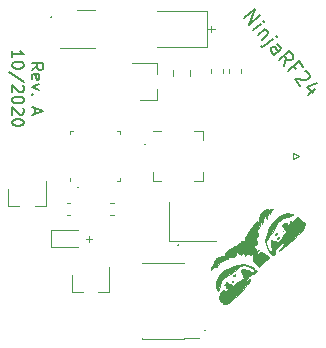
<source format=gbr>
%TF.GenerationSoftware,KiCad,Pcbnew,(5.1.6)-1*%
%TF.CreationDate,2020-10-05T19:31:36+02:00*%
%TF.ProjectId,NRF24,4e524632-342e-46b6-9963-61645f706362,rev?*%
%TF.SameCoordinates,Original*%
%TF.FileFunction,Legend,Top*%
%TF.FilePolarity,Positive*%
%FSLAX46Y46*%
G04 Gerber Fmt 4.6, Leading zero omitted, Abs format (unit mm)*
G04 Created by KiCad (PCBNEW (5.1.6)-1) date 2020-10-05 19:31:36*
%MOMM*%
%LPD*%
G01*
G04 APERTURE LIST*
%ADD10C,0.120000*%
%ADD11C,0.150000*%
%ADD12C,0.200000*%
%ADD13C,0.010000*%
G04 APERTURE END LIST*
D10*
X185083333Y-76500000D02*
X185616666Y-76500000D01*
X185350000Y-76766666D02*
X185350000Y-76233333D01*
X174733333Y-94250000D02*
X175266666Y-94250000D01*
X175000000Y-94516666D02*
X175000000Y-93983333D01*
D11*
X182550000Y-94750000D02*
G75*
G03*
X182550000Y-94750000I-50000J0D01*
G01*
X184800000Y-102000000D02*
G75*
G03*
X184800000Y-102000000I-50000J0D01*
G01*
X171800000Y-75500000D02*
G75*
G03*
X171800000Y-75500000I-50000J0D01*
G01*
X174050000Y-89900000D02*
G75*
G03*
X174050000Y-89900000I-50000J0D01*
G01*
X179750000Y-86250000D02*
G75*
G03*
X179750000Y-86250000I-50000J0D01*
G01*
D12*
X188097708Y-75587781D02*
X189016961Y-74816436D01*
X188538477Y-76113068D01*
X189457730Y-75341723D01*
X188905784Y-76550808D02*
X189518620Y-76036578D01*
X189825037Y-75779463D02*
X189744533Y-75772420D01*
X189737489Y-75852924D01*
X189817994Y-75859968D01*
X189825037Y-75779463D01*
X189737489Y-75852924D01*
X189885927Y-76474318D02*
X189273091Y-76988548D01*
X189798379Y-76547779D02*
X189878883Y-76554822D01*
X189996119Y-76605640D01*
X190106311Y-76736961D01*
X190135999Y-76861240D01*
X190085181Y-76978475D01*
X189603668Y-77382513D01*
X190583810Y-77306023D02*
X189795879Y-77967176D01*
X189671600Y-77996863D01*
X189554365Y-77946046D01*
X189517634Y-77902272D01*
X190890228Y-77048908D02*
X190809724Y-77041865D01*
X190802680Y-77122369D01*
X190883185Y-77129413D01*
X190890228Y-77048908D01*
X190802680Y-77122369D01*
X190668859Y-78651958D02*
X191150372Y-78247921D01*
X191201189Y-78130685D01*
X191171502Y-78006406D01*
X191024579Y-77831311D01*
X190907344Y-77780493D01*
X190712633Y-78615228D02*
X190595397Y-78564411D01*
X190411744Y-78345541D01*
X190382056Y-78221262D01*
X190432873Y-78104027D01*
X190520421Y-78030565D01*
X190644700Y-78000878D01*
X190761935Y-78051695D01*
X190945589Y-78270565D01*
X191062824Y-78321382D01*
X191476934Y-79614986D02*
X191657559Y-78941261D01*
X191036166Y-79089698D02*
X191955419Y-78318353D01*
X192249265Y-78668545D01*
X192278952Y-78792823D01*
X192271909Y-78873328D01*
X192221092Y-78990564D01*
X192089770Y-79100756D01*
X191965491Y-79130443D01*
X191884987Y-79123400D01*
X191767751Y-79072583D01*
X191473905Y-78722391D01*
X192546140Y-79911331D02*
X192289025Y-79604914D01*
X191807511Y-80008952D02*
X192726764Y-79237606D01*
X193094071Y-79675346D01*
X193263639Y-80055225D02*
X193344143Y-80062269D01*
X193461379Y-80113086D01*
X193645032Y-80331956D01*
X193674720Y-80456234D01*
X193667676Y-80536739D01*
X193616859Y-80653974D01*
X193529311Y-80727436D01*
X193361259Y-80793854D01*
X192395202Y-80709335D01*
X192872702Y-81278397D01*
X194146690Y-81552098D02*
X193533855Y-82066328D01*
X194313228Y-81039382D02*
X193472965Y-81371473D01*
X193950465Y-81940535D01*
D11*
X170122619Y-79952380D02*
X170598809Y-79619047D01*
X170122619Y-79380952D02*
X171122619Y-79380952D01*
X171122619Y-79761904D01*
X171075000Y-79857142D01*
X171027380Y-79904761D01*
X170932142Y-79952380D01*
X170789285Y-79952380D01*
X170694047Y-79904761D01*
X170646428Y-79857142D01*
X170598809Y-79761904D01*
X170598809Y-79380952D01*
X170170238Y-80761904D02*
X170122619Y-80666666D01*
X170122619Y-80476190D01*
X170170238Y-80380952D01*
X170265476Y-80333333D01*
X170646428Y-80333333D01*
X170741666Y-80380952D01*
X170789285Y-80476190D01*
X170789285Y-80666666D01*
X170741666Y-80761904D01*
X170646428Y-80809523D01*
X170551190Y-80809523D01*
X170455952Y-80333333D01*
X170789285Y-81142857D02*
X170122619Y-81380952D01*
X170789285Y-81619047D01*
X170217857Y-82000000D02*
X170170238Y-82047619D01*
X170122619Y-82000000D01*
X170170238Y-81952380D01*
X170217857Y-82000000D01*
X170122619Y-82000000D01*
X170408333Y-83190476D02*
X170408333Y-83666666D01*
X170122619Y-83095238D02*
X171122619Y-83428571D01*
X170122619Y-83761904D01*
X168472619Y-78880952D02*
X168472619Y-78309523D01*
X168472619Y-78595238D02*
X169472619Y-78595238D01*
X169329761Y-78500000D01*
X169234523Y-78404761D01*
X169186904Y-78309523D01*
X169472619Y-79500000D02*
X169472619Y-79595238D01*
X169425000Y-79690476D01*
X169377380Y-79738095D01*
X169282142Y-79785714D01*
X169091666Y-79833333D01*
X168853571Y-79833333D01*
X168663095Y-79785714D01*
X168567857Y-79738095D01*
X168520238Y-79690476D01*
X168472619Y-79595238D01*
X168472619Y-79500000D01*
X168520238Y-79404761D01*
X168567857Y-79357142D01*
X168663095Y-79309523D01*
X168853571Y-79261904D01*
X169091666Y-79261904D01*
X169282142Y-79309523D01*
X169377380Y-79357142D01*
X169425000Y-79404761D01*
X169472619Y-79500000D01*
X169520238Y-80976190D02*
X168234523Y-80119047D01*
X169377380Y-81261904D02*
X169425000Y-81309523D01*
X169472619Y-81404761D01*
X169472619Y-81642857D01*
X169425000Y-81738095D01*
X169377380Y-81785714D01*
X169282142Y-81833333D01*
X169186904Y-81833333D01*
X169044047Y-81785714D01*
X168472619Y-81214285D01*
X168472619Y-81833333D01*
X169472619Y-82452380D02*
X169472619Y-82547619D01*
X169425000Y-82642857D01*
X169377380Y-82690476D01*
X169282142Y-82738095D01*
X169091666Y-82785714D01*
X168853571Y-82785714D01*
X168663095Y-82738095D01*
X168567857Y-82690476D01*
X168520238Y-82642857D01*
X168472619Y-82547619D01*
X168472619Y-82452380D01*
X168520238Y-82357142D01*
X168567857Y-82309523D01*
X168663095Y-82261904D01*
X168853571Y-82214285D01*
X169091666Y-82214285D01*
X169282142Y-82261904D01*
X169377380Y-82309523D01*
X169425000Y-82357142D01*
X169472619Y-82452380D01*
X169377380Y-83166666D02*
X169425000Y-83214285D01*
X169472619Y-83309523D01*
X169472619Y-83547619D01*
X169425000Y-83642857D01*
X169377380Y-83690476D01*
X169282142Y-83738095D01*
X169186904Y-83738095D01*
X169044047Y-83690476D01*
X168472619Y-83119047D01*
X168472619Y-83738095D01*
X169472619Y-84357142D02*
X169472619Y-84452380D01*
X169425000Y-84547619D01*
X169377380Y-84595238D01*
X169282142Y-84642857D01*
X169091666Y-84690476D01*
X168853571Y-84690476D01*
X168663095Y-84642857D01*
X168567857Y-84595238D01*
X168520238Y-84547619D01*
X168472619Y-84452380D01*
X168472619Y-84357142D01*
X168520238Y-84261904D01*
X168567857Y-84214285D01*
X168663095Y-84166666D01*
X168853571Y-84119047D01*
X169091666Y-84119047D01*
X169282142Y-84166666D01*
X169377380Y-84214285D01*
X169425000Y-84261904D01*
X169472619Y-84357142D01*
D10*
%TO.C,C20*%
X184960000Y-74990000D02*
X180750000Y-74990000D01*
X184960000Y-78010000D02*
X184960000Y-74990000D01*
X180750000Y-78010000D02*
X184960000Y-78010000D01*
%TO.C,C19*%
X186840000Y-79887221D02*
X186840000Y-80212779D01*
X187860000Y-79887221D02*
X187860000Y-80212779D01*
%TO.C,J2*%
X192240000Y-87500000D02*
X192740000Y-87250000D01*
X192240000Y-87000000D02*
X192240000Y-87500000D01*
X192740000Y-87250000D02*
X192240000Y-87000000D01*
%TO.C,Q3*%
X168170000Y-91510000D02*
X168170000Y-90050000D01*
X171330000Y-91510000D02*
X171330000Y-89350000D01*
X171330000Y-91510000D02*
X170400000Y-91510000D01*
X168170000Y-91510000D02*
X169100000Y-91510000D01*
%TO.C,Q2*%
X173520000Y-98760000D02*
X173520000Y-97300000D01*
X176680000Y-98760000D02*
X176680000Y-96600000D01*
X176680000Y-98760000D02*
X175750000Y-98760000D01*
X173520000Y-98760000D02*
X174450000Y-98760000D01*
%TO.C,Q1*%
X180760000Y-82530000D02*
X180760000Y-81600000D01*
X180760000Y-79370000D02*
X180760000Y-80300000D01*
X180760000Y-79370000D02*
X178600000Y-79370000D01*
X180760000Y-82530000D02*
X179300000Y-82530000D01*
%TO.C,LD1*%
X174050000Y-93515000D02*
X171765000Y-93515000D01*
X171765000Y-93515000D02*
X171765000Y-94985000D01*
X171765000Y-94985000D02*
X174050000Y-94985000D01*
%TO.C,FB1*%
X182090000Y-80458578D02*
X182090000Y-79941422D01*
X183510000Y-80458578D02*
X183510000Y-79941422D01*
D13*
%TO.C,G\u002A\u002A\u002A*%
G36*
X190794650Y-93764859D02*
G01*
X190813623Y-93758264D01*
X190879093Y-93778769D01*
X190888248Y-93797768D01*
X190865801Y-93882743D01*
X190788512Y-93936281D01*
X190743206Y-93937339D01*
X190710596Y-93893359D01*
X190733418Y-93821437D01*
X190794650Y-93764859D01*
G37*
X190794650Y-93764859D02*
X190813623Y-93758264D01*
X190879093Y-93778769D01*
X190888248Y-93797768D01*
X190865801Y-93882743D01*
X190788512Y-93936281D01*
X190743206Y-93937339D01*
X190710596Y-93893359D01*
X190733418Y-93821437D01*
X190794650Y-93764859D01*
G36*
X187314792Y-97255639D02*
G01*
X187347583Y-97275098D01*
X187355496Y-97366616D01*
X187301568Y-97424288D01*
X187278734Y-97427761D01*
X187203465Y-97400080D01*
X187213772Y-97329977D01*
X187244310Y-97293058D01*
X187314792Y-97255639D01*
G37*
X187314792Y-97255639D02*
X187347583Y-97275098D01*
X187355496Y-97366616D01*
X187301568Y-97424288D01*
X187278734Y-97427761D01*
X187203465Y-97400080D01*
X187213772Y-97329977D01*
X187244310Y-97293058D01*
X187314792Y-97255639D01*
G36*
X191426116Y-93578225D02*
G01*
X191426116Y-93614146D01*
X191390195Y-93614146D01*
X191390195Y-93578225D01*
X191426116Y-93578225D01*
G37*
X191426116Y-93578225D02*
X191426116Y-93614146D01*
X191390195Y-93614146D01*
X191390195Y-93578225D01*
X191426116Y-93578225D01*
G36*
X187159844Y-97791404D02*
G01*
X187169475Y-97798946D01*
X187177016Y-97861158D01*
X187169475Y-97870788D01*
X187107262Y-97878330D01*
X187097633Y-97870788D01*
X187090090Y-97808576D01*
X187097633Y-97798946D01*
X187159844Y-97791404D01*
G37*
X187159844Y-97791404D02*
X187169475Y-97798946D01*
X187177016Y-97861158D01*
X187169475Y-97870788D01*
X187107262Y-97878330D01*
X187097633Y-97870788D01*
X187090090Y-97808576D01*
X187097633Y-97798946D01*
X187159844Y-97791404D01*
G36*
X191014595Y-94127594D02*
G01*
X191048946Y-94135001D01*
X191048045Y-94194272D01*
X191013025Y-94242764D01*
X190939611Y-94286092D01*
X190905261Y-94278685D01*
X190906161Y-94219414D01*
X190941182Y-94170922D01*
X191014595Y-94127594D01*
G37*
X191014595Y-94127594D02*
X191048946Y-94135001D01*
X191048045Y-94194272D01*
X191013025Y-94242764D01*
X190939611Y-94286092D01*
X190905261Y-94278685D01*
X190906161Y-94219414D01*
X190941182Y-94170922D01*
X191014595Y-94127594D01*
G36*
X189913326Y-91805288D02*
G01*
X190098327Y-91765162D01*
X190141250Y-91769108D01*
X190266620Y-91773109D01*
X190346835Y-91747885D01*
X190347502Y-91747237D01*
X190430597Y-91709271D01*
X190525804Y-91694658D01*
X190596092Y-91695143D01*
X190580007Y-91704172D01*
X190506512Y-91762381D01*
X190427807Y-91895486D01*
X190415943Y-91922118D01*
X190353836Y-92064240D01*
X190316463Y-92126819D01*
X190287679Y-92123323D01*
X190251334Y-92067224D01*
X190248274Y-92061990D01*
X190188551Y-92003179D01*
X190139647Y-92037013D01*
X190107161Y-92154674D01*
X190096794Y-92300634D01*
X190093132Y-92535146D01*
X190000792Y-92396636D01*
X189926283Y-92310236D01*
X189865653Y-92306039D01*
X189812198Y-92389970D01*
X189759213Y-92567954D01*
X189746758Y-92621183D01*
X189700185Y-92826063D01*
X189669917Y-92946997D01*
X189648897Y-92998919D01*
X189630068Y-92996759D01*
X189606371Y-92955451D01*
X189597214Y-92937573D01*
X189545784Y-92869438D01*
X189504295Y-92890876D01*
X189468855Y-93006580D01*
X189450109Y-93114904D01*
X189386418Y-93319322D01*
X189303382Y-93423275D01*
X189237383Y-93487303D01*
X189215485Y-93555447D01*
X189237729Y-93656855D01*
X189303901Y-93820093D01*
X189334866Y-93924333D01*
X189304955Y-94002860D01*
X189222635Y-94080965D01*
X189131788Y-94169502D01*
X189113746Y-94245065D01*
X189152681Y-94342977D01*
X189223145Y-94535429D01*
X189212058Y-94671243D01*
X189120665Y-94747466D01*
X188976004Y-94762963D01*
X188831664Y-94755481D01*
X188966967Y-94933645D01*
X189058422Y-95062847D01*
X189123138Y-95170004D01*
X189134026Y-95193474D01*
X189198181Y-95247082D01*
X189289206Y-95233950D01*
X189371970Y-95208246D01*
X189365935Y-95222069D01*
X189296638Y-95268435D01*
X189213325Y-95351511D01*
X189214124Y-95454662D01*
X189214493Y-95455891D01*
X189260065Y-95530651D01*
X189315603Y-95556212D01*
X189347062Y-95524216D01*
X189344033Y-95487700D01*
X189378509Y-95434741D01*
X189486172Y-95381565D01*
X189492244Y-95379500D01*
X189591503Y-95354426D01*
X189669837Y-95368680D01*
X189760132Y-95435428D01*
X189850583Y-95522953D01*
X189982576Y-95641093D01*
X190104899Y-95727964D01*
X190159267Y-95753975D01*
X190243525Y-95786771D01*
X190264669Y-95805495D01*
X190227776Y-95845379D01*
X190131634Y-95941003D01*
X189990700Y-96078175D01*
X189819431Y-96242705D01*
X189813810Y-96248073D01*
X189368939Y-96672857D01*
X189107206Y-96401757D01*
X188967686Y-96250662D01*
X188887178Y-96140383D01*
X188849484Y-96043426D01*
X188838826Y-95946222D01*
X188848979Y-95782240D01*
X188882677Y-95639149D01*
X188884526Y-95634526D01*
X188936873Y-95507268D01*
X188806158Y-95565867D01*
X188667159Y-95588976D01*
X188515828Y-95562492D01*
X188515156Y-95562232D01*
X188388217Y-95531652D01*
X188298386Y-95569536D01*
X188262142Y-95606476D01*
X188196354Y-95666642D01*
X188156160Y-95652273D01*
X188131909Y-95552857D01*
X188121441Y-95453212D01*
X188110039Y-95376314D01*
X188082585Y-95374718D01*
X188019802Y-95452064D01*
X188002520Y-95475667D01*
X187921538Y-95571003D01*
X187849171Y-95592818D01*
X187841492Y-95590136D01*
X188594342Y-94837287D01*
X188634402Y-94858432D01*
X188678158Y-94853422D01*
X188750494Y-94818513D01*
X188761973Y-94797714D01*
X188721912Y-94776569D01*
X188678158Y-94781580D01*
X188605821Y-94816488D01*
X188594342Y-94837287D01*
X187841492Y-95590136D01*
X187747009Y-95557142D01*
X187633215Y-95488951D01*
X187620672Y-95475614D01*
X188819721Y-94276565D01*
X188882376Y-94287069D01*
X188893684Y-94278685D01*
X188916415Y-94231442D01*
X188913765Y-94226924D01*
X188857924Y-94221426D01*
X188839803Y-94224804D01*
X188809549Y-94260752D01*
X188819721Y-94276565D01*
X187620672Y-95475614D01*
X187567963Y-95419564D01*
X187521276Y-95382011D01*
X187467875Y-95424511D01*
X187425868Y-95528600D01*
X187417664Y-95572814D01*
X187370789Y-95715589D01*
X187289024Y-95781071D01*
X187198826Y-95764102D01*
X187094165Y-95751932D01*
X187015031Y-95786252D01*
X186924886Y-95824068D01*
X186850501Y-95769848D01*
X186848443Y-95767150D01*
X186775372Y-95707751D01*
X186733307Y-95730944D01*
X186745494Y-95818019D01*
X186756383Y-95841250D01*
X186785143Y-95928985D01*
X186745974Y-95975587D01*
X186624858Y-95992256D01*
X186566309Y-95993097D01*
X186388137Y-96028122D01*
X186282587Y-96096343D01*
X186117252Y-96258001D01*
X185919258Y-96440965D01*
X185833956Y-96544164D01*
X185792734Y-96613816D01*
X185747335Y-96680569D01*
X185704435Y-96652838D01*
X185685220Y-96622106D01*
X185646722Y-96570015D01*
X185606285Y-96574058D01*
X185541917Y-96644836D01*
X185487279Y-96717489D01*
X185388339Y-96834901D01*
X185322862Y-96877947D01*
X185310058Y-96873476D01*
X185283329Y-96779170D01*
X185340912Y-96632562D01*
X185443813Y-96482022D01*
X185533838Y-96341531D01*
X185587497Y-96212474D01*
X185594081Y-96169742D01*
X185620272Y-96068828D01*
X185711373Y-95963528D01*
X185777445Y-95908447D01*
X186019094Y-95756726D01*
X186240803Y-95694855D01*
X186423881Y-95721095D01*
X186567082Y-95779104D01*
X186514833Y-95633785D01*
X186491512Y-95544899D01*
X186506630Y-95470611D01*
X186573329Y-95381070D01*
X186670226Y-95280827D01*
X186792008Y-95170572D01*
X186891521Y-95100861D01*
X186935988Y-95086908D01*
X187010805Y-95064355D01*
X187097186Y-94997551D01*
X187210126Y-94920624D01*
X187307385Y-94894474D01*
X187423465Y-94851692D01*
X187507339Y-94755226D01*
X187597702Y-94653577D01*
X187692993Y-94630795D01*
X187706813Y-94632535D01*
X187789397Y-94623847D01*
X187798913Y-94587491D01*
X187815119Y-94496402D01*
X187898395Y-94456062D01*
X188021279Y-94479691D01*
X188152886Y-94538791D01*
X188157059Y-94343911D01*
X188199961Y-94143982D01*
X188287107Y-94023158D01*
X188379370Y-93901092D01*
X188429314Y-93779075D01*
X188429967Y-93774819D01*
X188480242Y-93657475D01*
X188592652Y-93508395D01*
X188650239Y-93446784D01*
X188758874Y-93325198D01*
X188826938Y-93226085D01*
X188839803Y-93183094D01*
X188865515Y-93117789D01*
X188946255Y-93010957D01*
X189025716Y-92925338D01*
X189141368Y-92814482D01*
X189209540Y-92768870D01*
X189251786Y-92779204D01*
X189278407Y-92816332D01*
X189328828Y-92877666D01*
X189366067Y-92857686D01*
X189394090Y-92749352D01*
X189414287Y-92575242D01*
X189470666Y-92327084D01*
X189583377Y-92104123D01*
X189736304Y-91924233D01*
X189913326Y-91805288D01*
G37*
X189913326Y-91805288D02*
X190098327Y-91765162D01*
X190141250Y-91769108D01*
X190266620Y-91773109D01*
X190346835Y-91747885D01*
X190347502Y-91747237D01*
X190430597Y-91709271D01*
X190525804Y-91694658D01*
X190596092Y-91695143D01*
X190580007Y-91704172D01*
X190506512Y-91762381D01*
X190427807Y-91895486D01*
X190415943Y-91922118D01*
X190353836Y-92064240D01*
X190316463Y-92126819D01*
X190287679Y-92123323D01*
X190251334Y-92067224D01*
X190248274Y-92061990D01*
X190188551Y-92003179D01*
X190139647Y-92037013D01*
X190107161Y-92154674D01*
X190096794Y-92300634D01*
X190093132Y-92535146D01*
X190000792Y-92396636D01*
X189926283Y-92310236D01*
X189865653Y-92306039D01*
X189812198Y-92389970D01*
X189759213Y-92567954D01*
X189746758Y-92621183D01*
X189700185Y-92826063D01*
X189669917Y-92946997D01*
X189648897Y-92998919D01*
X189630068Y-92996759D01*
X189606371Y-92955451D01*
X189597214Y-92937573D01*
X189545784Y-92869438D01*
X189504295Y-92890876D01*
X189468855Y-93006580D01*
X189450109Y-93114904D01*
X189386418Y-93319322D01*
X189303382Y-93423275D01*
X189237383Y-93487303D01*
X189215485Y-93555447D01*
X189237729Y-93656855D01*
X189303901Y-93820093D01*
X189334866Y-93924333D01*
X189304955Y-94002860D01*
X189222635Y-94080965D01*
X189131788Y-94169502D01*
X189113746Y-94245065D01*
X189152681Y-94342977D01*
X189223145Y-94535429D01*
X189212058Y-94671243D01*
X189120665Y-94747466D01*
X188976004Y-94762963D01*
X188831664Y-94755481D01*
X188966967Y-94933645D01*
X189058422Y-95062847D01*
X189123138Y-95170004D01*
X189134026Y-95193474D01*
X189198181Y-95247082D01*
X189289206Y-95233950D01*
X189371970Y-95208246D01*
X189365935Y-95222069D01*
X189296638Y-95268435D01*
X189213325Y-95351511D01*
X189214124Y-95454662D01*
X189214493Y-95455891D01*
X189260065Y-95530651D01*
X189315603Y-95556212D01*
X189347062Y-95524216D01*
X189344033Y-95487700D01*
X189378509Y-95434741D01*
X189486172Y-95381565D01*
X189492244Y-95379500D01*
X189591503Y-95354426D01*
X189669837Y-95368680D01*
X189760132Y-95435428D01*
X189850583Y-95522953D01*
X189982576Y-95641093D01*
X190104899Y-95727964D01*
X190159267Y-95753975D01*
X190243525Y-95786771D01*
X190264669Y-95805495D01*
X190227776Y-95845379D01*
X190131634Y-95941003D01*
X189990700Y-96078175D01*
X189819431Y-96242705D01*
X189813810Y-96248073D01*
X189368939Y-96672857D01*
X189107206Y-96401757D01*
X188967686Y-96250662D01*
X188887178Y-96140383D01*
X188849484Y-96043426D01*
X188838826Y-95946222D01*
X188848979Y-95782240D01*
X188882677Y-95639149D01*
X188884526Y-95634526D01*
X188936873Y-95507268D01*
X188806158Y-95565867D01*
X188667159Y-95588976D01*
X188515828Y-95562492D01*
X188515156Y-95562232D01*
X188388217Y-95531652D01*
X188298386Y-95569536D01*
X188262142Y-95606476D01*
X188196354Y-95666642D01*
X188156160Y-95652273D01*
X188131909Y-95552857D01*
X188121441Y-95453212D01*
X188110039Y-95376314D01*
X188082585Y-95374718D01*
X188019802Y-95452064D01*
X188002520Y-95475667D01*
X187921538Y-95571003D01*
X187849171Y-95592818D01*
X187841492Y-95590136D01*
X188594342Y-94837287D01*
X188634402Y-94858432D01*
X188678158Y-94853422D01*
X188750494Y-94818513D01*
X188761973Y-94797714D01*
X188721912Y-94776569D01*
X188678158Y-94781580D01*
X188605821Y-94816488D01*
X188594342Y-94837287D01*
X187841492Y-95590136D01*
X187747009Y-95557142D01*
X187633215Y-95488951D01*
X187620672Y-95475614D01*
X188819721Y-94276565D01*
X188882376Y-94287069D01*
X188893684Y-94278685D01*
X188916415Y-94231442D01*
X188913765Y-94226924D01*
X188857924Y-94221426D01*
X188839803Y-94224804D01*
X188809549Y-94260752D01*
X188819721Y-94276565D01*
X187620672Y-95475614D01*
X187567963Y-95419564D01*
X187521276Y-95382011D01*
X187467875Y-95424511D01*
X187425868Y-95528600D01*
X187417664Y-95572814D01*
X187370789Y-95715589D01*
X187289024Y-95781071D01*
X187198826Y-95764102D01*
X187094165Y-95751932D01*
X187015031Y-95786252D01*
X186924886Y-95824068D01*
X186850501Y-95769848D01*
X186848443Y-95767150D01*
X186775372Y-95707751D01*
X186733307Y-95730944D01*
X186745494Y-95818019D01*
X186756383Y-95841250D01*
X186785143Y-95928985D01*
X186745974Y-95975587D01*
X186624858Y-95992256D01*
X186566309Y-95993097D01*
X186388137Y-96028122D01*
X186282587Y-96096343D01*
X186117252Y-96258001D01*
X185919258Y-96440965D01*
X185833956Y-96544164D01*
X185792734Y-96613816D01*
X185747335Y-96680569D01*
X185704435Y-96652838D01*
X185685220Y-96622106D01*
X185646722Y-96570015D01*
X185606285Y-96574058D01*
X185541917Y-96644836D01*
X185487279Y-96717489D01*
X185388339Y-96834901D01*
X185322862Y-96877947D01*
X185310058Y-96873476D01*
X185283329Y-96779170D01*
X185340912Y-96632562D01*
X185443813Y-96482022D01*
X185533838Y-96341531D01*
X185587497Y-96212474D01*
X185594081Y-96169742D01*
X185620272Y-96068828D01*
X185711373Y-95963528D01*
X185777445Y-95908447D01*
X186019094Y-95756726D01*
X186240803Y-95694855D01*
X186423881Y-95721095D01*
X186567082Y-95779104D01*
X186514833Y-95633785D01*
X186491512Y-95544899D01*
X186506630Y-95470611D01*
X186573329Y-95381070D01*
X186670226Y-95280827D01*
X186792008Y-95170572D01*
X186891521Y-95100861D01*
X186935988Y-95086908D01*
X187010805Y-95064355D01*
X187097186Y-94997551D01*
X187210126Y-94920624D01*
X187307385Y-94894474D01*
X187423465Y-94851692D01*
X187507339Y-94755226D01*
X187597702Y-94653577D01*
X187692993Y-94630795D01*
X187706813Y-94632535D01*
X187789397Y-94623847D01*
X187798913Y-94587491D01*
X187815119Y-94496402D01*
X187898395Y-94456062D01*
X188021279Y-94479691D01*
X188152886Y-94538791D01*
X188157059Y-94343911D01*
X188199961Y-94143982D01*
X188287107Y-94023158D01*
X188379370Y-93901092D01*
X188429314Y-93779075D01*
X188429967Y-93774819D01*
X188480242Y-93657475D01*
X188592652Y-93508395D01*
X188650239Y-93446784D01*
X188758874Y-93325198D01*
X188826938Y-93226085D01*
X188839803Y-93183094D01*
X188865515Y-93117789D01*
X188946255Y-93010957D01*
X189025716Y-92925338D01*
X189141368Y-92814482D01*
X189209540Y-92768870D01*
X189251786Y-92779204D01*
X189278407Y-92816332D01*
X189328828Y-92877666D01*
X189366067Y-92857686D01*
X189394090Y-92749352D01*
X189414287Y-92575242D01*
X189470666Y-92327084D01*
X189583377Y-92104123D01*
X189736304Y-91924233D01*
X189913326Y-91805288D01*
G36*
X190881522Y-92475595D02*
G01*
X191186099Y-92283930D01*
X191506019Y-92159108D01*
X191823733Y-92109811D01*
X192121694Y-92144717D01*
X192150470Y-92153411D01*
X192222866Y-92184301D01*
X192236412Y-92217117D01*
X192182149Y-92257408D01*
X192051120Y-92310724D01*
X191834366Y-92382612D01*
X191725666Y-92416571D01*
X191442588Y-92515455D01*
X191228648Y-92624466D01*
X191061229Y-92763930D01*
X190917718Y-92954168D01*
X190775496Y-93215508D01*
X190729044Y-93312205D01*
X190454471Y-93790695D01*
X190255442Y-94046230D01*
X190118893Y-94206493D01*
X190038429Y-94317172D01*
X190001708Y-94403779D01*
X189996386Y-94491831D01*
X190004361Y-94565227D01*
X190095496Y-94914397D01*
X190264413Y-95207649D01*
X190349451Y-95303400D01*
X190454393Y-95396717D01*
X190512206Y-95415363D01*
X190524494Y-95354505D01*
X190502972Y-95255711D01*
X192126576Y-93632107D01*
X192188788Y-93639649D01*
X192198418Y-93632107D01*
X192205960Y-93569895D01*
X192198418Y-93560265D01*
X192136206Y-93552723D01*
X192126576Y-93560265D01*
X192119034Y-93622477D01*
X192126576Y-93632107D01*
X190502972Y-95255711D01*
X190492865Y-95209311D01*
X190446799Y-95060437D01*
X190492170Y-95015066D01*
X190528091Y-95015066D01*
X190528091Y-94979145D01*
X190516117Y-94979145D01*
X190569998Y-94925264D01*
X190596283Y-94941688D01*
X190617893Y-94925264D01*
X190634317Y-94882554D01*
X190617893Y-94877369D01*
X190570963Y-94915700D01*
X190569998Y-94925264D01*
X190516117Y-94979145D01*
X190492170Y-94979145D01*
X190492170Y-95015066D01*
X190446799Y-95060437D01*
X190438799Y-95034581D01*
X190386829Y-94835091D01*
X190361238Y-94647284D01*
X190360726Y-94489197D01*
X190383995Y-94378867D01*
X190429743Y-94334330D01*
X190487157Y-94363475D01*
X190564506Y-94402769D01*
X190699564Y-94442488D01*
X190753360Y-94453954D01*
X190970695Y-94495564D01*
X190860098Y-94650494D01*
X190769138Y-94783649D01*
X190732403Y-94849457D01*
X190750605Y-94842639D01*
X190824456Y-94757915D01*
X190849896Y-94726214D01*
X190949606Y-94602701D01*
X191089237Y-94432414D01*
X191243327Y-94246353D01*
X191290346Y-94189963D01*
X191423943Y-94024941D01*
X191530333Y-93883940D01*
X191593597Y-93788496D01*
X191603822Y-93765873D01*
X191643634Y-93674496D01*
X191699617Y-93582752D01*
X191763216Y-93478266D01*
X191774764Y-93430603D01*
X191733008Y-93452260D01*
X191710539Y-93473505D01*
X191663318Y-93504584D01*
X191639125Y-93496926D01*
X191791313Y-93344739D01*
X191817598Y-93361163D01*
X191839208Y-93344739D01*
X191855632Y-93302029D01*
X191839207Y-93296844D01*
X191792278Y-93335175D01*
X191791313Y-93344739D01*
X191639125Y-93496926D01*
X191609223Y-93487462D01*
X191598629Y-93477554D01*
X191857169Y-93219015D01*
X191893090Y-93219015D01*
X191893090Y-93183094D01*
X191857169Y-93183094D01*
X191857169Y-93219015D01*
X191598629Y-93477554D01*
X191526405Y-93410015D01*
X191456430Y-93332483D01*
X191346275Y-93191462D01*
X191318361Y-93093125D01*
X191376831Y-93015163D01*
X191525833Y-92935266D01*
X191530651Y-92933096D01*
X191633598Y-92907735D01*
X191725812Y-92949505D01*
X191787367Y-93005529D01*
X191916909Y-93135071D01*
X191963121Y-92939317D01*
X192006249Y-92783017D01*
X192044423Y-92718048D01*
X192086073Y-92735025D01*
X192112102Y-92773466D01*
X192143281Y-92810023D01*
X192185658Y-92805674D01*
X192256395Y-92749799D01*
X192372655Y-92631777D01*
X192416973Y-92584796D01*
X192562670Y-92437953D01*
X192651445Y-92368987D01*
X192687523Y-92374632D01*
X192687728Y-92375448D01*
X192738562Y-92463735D01*
X192841540Y-92583102D01*
X192966998Y-92704371D01*
X193085276Y-92798368D01*
X193154022Y-92834128D01*
X193234454Y-92900521D01*
X193258067Y-93028508D01*
X193223906Y-93194822D01*
X193173415Y-93306756D01*
X193104393Y-93404925D01*
X192980039Y-93556513D01*
X192817093Y-93743335D01*
X192632295Y-93947196D01*
X192442382Y-94149909D01*
X192264097Y-94333282D01*
X192114177Y-94479125D01*
X192016593Y-94563833D01*
X191923560Y-94635714D01*
X191775436Y-94751015D01*
X191597033Y-94890400D01*
X191499981Y-94966414D01*
X191327714Y-95096751D01*
X191183046Y-95197489D01*
X191085506Y-95255494D01*
X191057159Y-95264212D01*
X191064748Y-95226210D01*
X191131583Y-95137845D01*
X191238824Y-95022754D01*
X191374827Y-94875629D01*
X191444611Y-94766745D01*
X191455666Y-94709764D01*
X191555906Y-94609525D01*
X191623152Y-94622712D01*
X191659603Y-94601974D01*
X191680579Y-94529273D01*
X191678511Y-94516188D01*
X191633595Y-94475939D01*
X191567661Y-94496373D01*
X191533655Y-94549041D01*
X191555906Y-94609525D01*
X191455666Y-94709764D01*
X191462829Y-94672850D01*
X191462621Y-94667575D01*
X191452248Y-94566294D01*
X191440703Y-94526758D01*
X191400686Y-94553357D01*
X191306056Y-94637680D01*
X191173182Y-94764761D01*
X191087214Y-94849982D01*
X190926345Y-95014993D01*
X190825613Y-95131336D01*
X190770952Y-95219748D01*
X190748301Y-95300965D01*
X190744195Y-95355738D01*
X190713906Y-95532658D01*
X190641991Y-95621352D01*
X190536157Y-95622407D01*
X190404115Y-95536416D01*
X190253573Y-95363968D01*
X190219470Y-95315563D01*
X190034248Y-94978944D01*
X189935897Y-94646118D01*
X189922775Y-94401158D01*
X189957489Y-94178991D01*
X190030342Y-93901145D01*
X190130123Y-93600750D01*
X190245620Y-93310936D01*
X190365621Y-93064834D01*
X190388598Y-93024746D01*
X190609840Y-92725427D01*
X190881522Y-92475595D01*
G37*
X190881522Y-92475595D02*
X191186099Y-92283930D01*
X191506019Y-92159108D01*
X191823733Y-92109811D01*
X192121694Y-92144717D01*
X192150470Y-92153411D01*
X192222866Y-92184301D01*
X192236412Y-92217117D01*
X192182149Y-92257408D01*
X192051120Y-92310724D01*
X191834366Y-92382612D01*
X191725666Y-92416571D01*
X191442588Y-92515455D01*
X191228648Y-92624466D01*
X191061229Y-92763930D01*
X190917718Y-92954168D01*
X190775496Y-93215508D01*
X190729044Y-93312205D01*
X190454471Y-93790695D01*
X190255442Y-94046230D01*
X190118893Y-94206493D01*
X190038429Y-94317172D01*
X190001708Y-94403779D01*
X189996386Y-94491831D01*
X190004361Y-94565227D01*
X190095496Y-94914397D01*
X190264413Y-95207649D01*
X190349451Y-95303400D01*
X190454393Y-95396717D01*
X190512206Y-95415363D01*
X190524494Y-95354505D01*
X190502972Y-95255711D01*
X192126576Y-93632107D01*
X192188788Y-93639649D01*
X192198418Y-93632107D01*
X192205960Y-93569895D01*
X192198418Y-93560265D01*
X192136206Y-93552723D01*
X192126576Y-93560265D01*
X192119034Y-93622477D01*
X192126576Y-93632107D01*
X190502972Y-95255711D01*
X190492865Y-95209311D01*
X190446799Y-95060437D01*
X190492170Y-95015066D01*
X190528091Y-95015066D01*
X190528091Y-94979145D01*
X190516117Y-94979145D01*
X190569998Y-94925264D01*
X190596283Y-94941688D01*
X190617893Y-94925264D01*
X190634317Y-94882554D01*
X190617893Y-94877369D01*
X190570963Y-94915700D01*
X190569998Y-94925264D01*
X190516117Y-94979145D01*
X190492170Y-94979145D01*
X190492170Y-95015066D01*
X190446799Y-95060437D01*
X190438799Y-95034581D01*
X190386829Y-94835091D01*
X190361238Y-94647284D01*
X190360726Y-94489197D01*
X190383995Y-94378867D01*
X190429743Y-94334330D01*
X190487157Y-94363475D01*
X190564506Y-94402769D01*
X190699564Y-94442488D01*
X190753360Y-94453954D01*
X190970695Y-94495564D01*
X190860098Y-94650494D01*
X190769138Y-94783649D01*
X190732403Y-94849457D01*
X190750605Y-94842639D01*
X190824456Y-94757915D01*
X190849896Y-94726214D01*
X190949606Y-94602701D01*
X191089237Y-94432414D01*
X191243327Y-94246353D01*
X191290346Y-94189963D01*
X191423943Y-94024941D01*
X191530333Y-93883940D01*
X191593597Y-93788496D01*
X191603822Y-93765873D01*
X191643634Y-93674496D01*
X191699617Y-93582752D01*
X191763216Y-93478266D01*
X191774764Y-93430603D01*
X191733008Y-93452260D01*
X191710539Y-93473505D01*
X191663318Y-93504584D01*
X191639125Y-93496926D01*
X191791313Y-93344739D01*
X191817598Y-93361163D01*
X191839208Y-93344739D01*
X191855632Y-93302029D01*
X191839207Y-93296844D01*
X191792278Y-93335175D01*
X191791313Y-93344739D01*
X191639125Y-93496926D01*
X191609223Y-93487462D01*
X191598629Y-93477554D01*
X191857169Y-93219015D01*
X191893090Y-93219015D01*
X191893090Y-93183094D01*
X191857169Y-93183094D01*
X191857169Y-93219015D01*
X191598629Y-93477554D01*
X191526405Y-93410015D01*
X191456430Y-93332483D01*
X191346275Y-93191462D01*
X191318361Y-93093125D01*
X191376831Y-93015163D01*
X191525833Y-92935266D01*
X191530651Y-92933096D01*
X191633598Y-92907735D01*
X191725812Y-92949505D01*
X191787367Y-93005529D01*
X191916909Y-93135071D01*
X191963121Y-92939317D01*
X192006249Y-92783017D01*
X192044423Y-92718048D01*
X192086073Y-92735025D01*
X192112102Y-92773466D01*
X192143281Y-92810023D01*
X192185658Y-92805674D01*
X192256395Y-92749799D01*
X192372655Y-92631777D01*
X192416973Y-92584796D01*
X192562670Y-92437953D01*
X192651445Y-92368987D01*
X192687523Y-92374632D01*
X192687728Y-92375448D01*
X192738562Y-92463735D01*
X192841540Y-92583102D01*
X192966998Y-92704371D01*
X193085276Y-92798368D01*
X193154022Y-92834128D01*
X193234454Y-92900521D01*
X193258067Y-93028508D01*
X193223906Y-93194822D01*
X193173415Y-93306756D01*
X193104393Y-93404925D01*
X192980039Y-93556513D01*
X192817093Y-93743335D01*
X192632295Y-93947196D01*
X192442382Y-94149909D01*
X192264097Y-94333282D01*
X192114177Y-94479125D01*
X192016593Y-94563833D01*
X191923560Y-94635714D01*
X191775436Y-94751015D01*
X191597033Y-94890400D01*
X191499981Y-94966414D01*
X191327714Y-95096751D01*
X191183046Y-95197489D01*
X191085506Y-95255494D01*
X191057159Y-95264212D01*
X191064748Y-95226210D01*
X191131583Y-95137845D01*
X191238824Y-95022754D01*
X191374827Y-94875629D01*
X191444611Y-94766745D01*
X191455666Y-94709764D01*
X191555906Y-94609525D01*
X191623152Y-94622712D01*
X191659603Y-94601974D01*
X191680579Y-94529273D01*
X191678511Y-94516188D01*
X191633595Y-94475939D01*
X191567661Y-94496373D01*
X191533655Y-94549041D01*
X191555906Y-94609525D01*
X191455666Y-94709764D01*
X191462829Y-94672850D01*
X191462621Y-94667575D01*
X191452248Y-94566294D01*
X191440703Y-94526758D01*
X191400686Y-94553357D01*
X191306056Y-94637680D01*
X191173182Y-94764761D01*
X191087214Y-94849982D01*
X190926345Y-95014993D01*
X190825613Y-95131336D01*
X190770952Y-95219748D01*
X190748301Y-95300965D01*
X190744195Y-95355738D01*
X190713906Y-95532658D01*
X190641991Y-95621352D01*
X190536157Y-95622407D01*
X190404115Y-95536416D01*
X190253573Y-95363968D01*
X190219470Y-95315563D01*
X190034248Y-94978944D01*
X189935897Y-94646118D01*
X189922775Y-94401158D01*
X189957489Y-94178991D01*
X190030342Y-93901145D01*
X190130123Y-93600750D01*
X190245620Y-93310936D01*
X190365621Y-93064834D01*
X190388598Y-93024746D01*
X190609840Y-92725427D01*
X190881522Y-92475595D01*
G36*
X186512052Y-96895397D02*
G01*
X186882944Y-96683058D01*
X187291710Y-96520500D01*
X187598580Y-96441176D01*
X187998371Y-96395074D01*
X188345225Y-96430222D01*
X188651088Y-96549692D01*
X188927910Y-96756551D01*
X188964372Y-96792003D01*
X189181052Y-97008683D01*
X189059727Y-97130008D01*
X188947621Y-97211438D01*
X188842483Y-97242310D01*
X188838318Y-97242032D01*
X188732537Y-97273953D01*
X188693582Y-97318906D01*
X188611382Y-97401887D01*
X188533031Y-97440172D01*
X188432546Y-97497427D01*
X188409173Y-97560899D01*
X188365183Y-97659888D01*
X188310158Y-97718781D01*
X188248722Y-97796096D01*
X188245022Y-97845762D01*
X188301763Y-97864983D01*
X188404947Y-97821871D01*
X188530897Y-97727613D01*
X188566910Y-97693686D01*
X188635827Y-97638106D01*
X188647066Y-97663644D01*
X188601199Y-97768172D01*
X188498801Y-97949563D01*
X188497263Y-97952144D01*
X188384482Y-98114099D01*
X188215231Y-98323231D01*
X188006060Y-98562190D01*
X187773522Y-98813620D01*
X187534169Y-99060170D01*
X187304551Y-99284489D01*
X187101224Y-99469222D01*
X186940736Y-99597017D01*
X186906726Y-99619616D01*
X186746782Y-99711839D01*
X186601794Y-99783250D01*
X186537910Y-99807576D01*
X186412296Y-99813281D01*
X186348834Y-99769059D01*
X188031580Y-98086314D01*
X188093791Y-98093856D01*
X188103422Y-98086314D01*
X188110963Y-98024102D01*
X188103422Y-98014472D01*
X188041209Y-98006930D01*
X188031580Y-98014472D01*
X188024037Y-98076684D01*
X188031580Y-98086314D01*
X186348834Y-99769059D01*
X186334854Y-99759317D01*
X186325996Y-99681977D01*
X186299251Y-99620959D01*
X186267791Y-99610219D01*
X186184735Y-99568322D01*
X186137190Y-99528293D01*
X188187012Y-97478470D01*
X188241433Y-97434063D01*
X188286783Y-97377424D01*
X188268217Y-97371044D01*
X188189929Y-97439843D01*
X188178414Y-97460847D01*
X188187012Y-97478470D01*
X186137190Y-99528293D01*
X186081220Y-99481172D01*
X186073693Y-99473490D01*
X185996084Y-99343167D01*
X185995871Y-99295839D01*
X186935988Y-98355721D01*
X186971909Y-98355721D01*
X186971909Y-98319800D01*
X187007830Y-98283879D01*
X187043751Y-98283879D01*
X187043751Y-98247958D01*
X187007830Y-98247958D01*
X187007830Y-98283879D01*
X186971909Y-98319800D01*
X186935988Y-98319800D01*
X186935988Y-98355721D01*
X185995871Y-99295839D01*
X185995369Y-99184160D01*
X186073528Y-98985669D01*
X186200498Y-98782084D01*
X186291973Y-98654603D01*
X186345929Y-98599497D01*
X186381892Y-98605066D01*
X186415592Y-98653247D01*
X186458115Y-98705944D01*
X186508108Y-98700870D01*
X186591187Y-98630399D01*
X186633240Y-98588449D01*
X186651542Y-98568326D01*
X186828225Y-98391642D01*
X186864146Y-98391642D01*
X186864146Y-98355721D01*
X186828225Y-98355721D01*
X186828225Y-98391642D01*
X186651542Y-98568326D01*
X186723455Y-98489256D01*
X186740623Y-98444329D01*
X186703350Y-98440539D01*
X186616954Y-98417247D01*
X186594708Y-98369576D01*
X186544663Y-98266234D01*
X186491007Y-98199208D01*
X186440327Y-98134210D01*
X186473387Y-98108380D01*
X186506523Y-98104126D01*
X186580560Y-98091389D01*
X186599022Y-98050906D01*
X186574093Y-97949744D01*
X186569416Y-97934133D01*
X186558166Y-97872244D01*
X186590558Y-97871097D01*
X186683159Y-97932124D01*
X186701669Y-97945563D01*
X186850242Y-98038388D01*
X186996801Y-98107210D01*
X187013152Y-98112822D01*
X187118130Y-98159525D01*
X187139354Y-98212004D01*
X187136599Y-98220772D01*
X187138951Y-98245798D01*
X187162216Y-98222739D01*
X187231614Y-98166754D01*
X187358868Y-98084977D01*
X187465746Y-98023375D01*
X187602001Y-97941049D01*
X187748407Y-97841328D01*
X187887378Y-97738089D01*
X188001326Y-97645203D01*
X188072664Y-97576544D01*
X188083804Y-97545984D01*
X188069670Y-97546986D01*
X188019006Y-97525803D01*
X188014164Y-97451826D01*
X188001957Y-97337631D01*
X187959071Y-97182245D01*
X187936936Y-97122304D01*
X187894111Y-96982902D01*
X187886147Y-96881166D01*
X187896174Y-96856720D01*
X187967539Y-96841331D01*
X188104504Y-96849408D01*
X188238374Y-96871629D01*
X188453379Y-96918680D01*
X188580617Y-96957972D01*
X188632021Y-97001305D01*
X188619524Y-97060476D01*
X188555059Y-97147283D01*
X188537961Y-97167827D01*
X188396198Y-97337381D01*
X188571835Y-97174296D01*
X188702386Y-97069991D01*
X188802552Y-97036496D01*
X188857763Y-97044604D01*
X188968275Y-97060531D01*
X188997643Y-97019752D01*
X188945888Y-96926665D01*
X188856609Y-96827924D01*
X188621699Y-96642274D01*
X188355522Y-96535364D01*
X188114811Y-96498420D01*
X187989183Y-96493830D01*
X187893810Y-96513022D01*
X187797596Y-96570290D01*
X187669451Y-96679927D01*
X187618709Y-96726479D01*
X187432228Y-96879730D01*
X187221268Y-97025620D01*
X187069351Y-97112656D01*
X186884738Y-97219100D01*
X186671742Y-97363755D01*
X186476217Y-97515463D01*
X186474744Y-97516708D01*
X186318681Y-97651610D01*
X186222347Y-97749415D01*
X186166988Y-97837546D01*
X186133847Y-97943425D01*
X186113398Y-98045071D01*
X186061202Y-98288126D01*
X186006446Y-98484585D01*
X185954002Y-98624088D01*
X185908740Y-98696270D01*
X185875526Y-98690768D01*
X185859233Y-98597220D01*
X185858842Y-98586791D01*
X185824549Y-98443883D01*
X185764384Y-98375768D01*
X185720662Y-98295957D01*
X185716955Y-98149169D01*
X185748145Y-97959453D01*
X185809117Y-97750858D01*
X185894756Y-97547433D01*
X185967916Y-97419038D01*
X186200041Y-97144923D01*
X186512052Y-96895397D01*
G37*
X186512052Y-96895397D02*
X186882944Y-96683058D01*
X187291710Y-96520500D01*
X187598580Y-96441176D01*
X187998371Y-96395074D01*
X188345225Y-96430222D01*
X188651088Y-96549692D01*
X188927910Y-96756551D01*
X188964372Y-96792003D01*
X189181052Y-97008683D01*
X189059727Y-97130008D01*
X188947621Y-97211438D01*
X188842483Y-97242310D01*
X188838318Y-97242032D01*
X188732537Y-97273953D01*
X188693582Y-97318906D01*
X188611382Y-97401887D01*
X188533031Y-97440172D01*
X188432546Y-97497427D01*
X188409173Y-97560899D01*
X188365183Y-97659888D01*
X188310158Y-97718781D01*
X188248722Y-97796096D01*
X188245022Y-97845762D01*
X188301763Y-97864983D01*
X188404947Y-97821871D01*
X188530897Y-97727613D01*
X188566910Y-97693686D01*
X188635827Y-97638106D01*
X188647066Y-97663644D01*
X188601199Y-97768172D01*
X188498801Y-97949563D01*
X188497263Y-97952144D01*
X188384482Y-98114099D01*
X188215231Y-98323231D01*
X188006060Y-98562190D01*
X187773522Y-98813620D01*
X187534169Y-99060170D01*
X187304551Y-99284489D01*
X187101224Y-99469222D01*
X186940736Y-99597017D01*
X186906726Y-99619616D01*
X186746782Y-99711839D01*
X186601794Y-99783250D01*
X186537910Y-99807576D01*
X186412296Y-99813281D01*
X186348834Y-99769059D01*
X188031580Y-98086314D01*
X188093791Y-98093856D01*
X188103422Y-98086314D01*
X188110963Y-98024102D01*
X188103422Y-98014472D01*
X188041209Y-98006930D01*
X188031580Y-98014472D01*
X188024037Y-98076684D01*
X188031580Y-98086314D01*
X186348834Y-99769059D01*
X186334854Y-99759317D01*
X186325996Y-99681977D01*
X186299251Y-99620959D01*
X186267791Y-99610219D01*
X186184735Y-99568322D01*
X186137190Y-99528293D01*
X188187012Y-97478470D01*
X188241433Y-97434063D01*
X188286783Y-97377424D01*
X188268217Y-97371044D01*
X188189929Y-97439843D01*
X188178414Y-97460847D01*
X188187012Y-97478470D01*
X186137190Y-99528293D01*
X186081220Y-99481172D01*
X186073693Y-99473490D01*
X185996084Y-99343167D01*
X185995871Y-99295839D01*
X186935988Y-98355721D01*
X186971909Y-98355721D01*
X186971909Y-98319800D01*
X187007830Y-98283879D01*
X187043751Y-98283879D01*
X187043751Y-98247958D01*
X187007830Y-98247958D01*
X187007830Y-98283879D01*
X186971909Y-98319800D01*
X186935988Y-98319800D01*
X186935988Y-98355721D01*
X185995871Y-99295839D01*
X185995369Y-99184160D01*
X186073528Y-98985669D01*
X186200498Y-98782084D01*
X186291973Y-98654603D01*
X186345929Y-98599497D01*
X186381892Y-98605066D01*
X186415592Y-98653247D01*
X186458115Y-98705944D01*
X186508108Y-98700870D01*
X186591187Y-98630399D01*
X186633240Y-98588449D01*
X186651542Y-98568326D01*
X186828225Y-98391642D01*
X186864146Y-98391642D01*
X186864146Y-98355721D01*
X186828225Y-98355721D01*
X186828225Y-98391642D01*
X186651542Y-98568326D01*
X186723455Y-98489256D01*
X186740623Y-98444329D01*
X186703350Y-98440539D01*
X186616954Y-98417247D01*
X186594708Y-98369576D01*
X186544663Y-98266234D01*
X186491007Y-98199208D01*
X186440327Y-98134210D01*
X186473387Y-98108380D01*
X186506523Y-98104126D01*
X186580560Y-98091389D01*
X186599022Y-98050906D01*
X186574093Y-97949744D01*
X186569416Y-97934133D01*
X186558166Y-97872244D01*
X186590558Y-97871097D01*
X186683159Y-97932124D01*
X186701669Y-97945563D01*
X186850242Y-98038388D01*
X186996801Y-98107210D01*
X187013152Y-98112822D01*
X187118130Y-98159525D01*
X187139354Y-98212004D01*
X187136599Y-98220772D01*
X187138951Y-98245798D01*
X187162216Y-98222739D01*
X187231614Y-98166754D01*
X187358868Y-98084977D01*
X187465746Y-98023375D01*
X187602001Y-97941049D01*
X187748407Y-97841328D01*
X187887378Y-97738089D01*
X188001326Y-97645203D01*
X188072664Y-97576544D01*
X188083804Y-97545984D01*
X188069670Y-97546986D01*
X188019006Y-97525803D01*
X188014164Y-97451826D01*
X188001957Y-97337631D01*
X187959071Y-97182245D01*
X187936936Y-97122304D01*
X187894111Y-96982902D01*
X187886147Y-96881166D01*
X187896174Y-96856720D01*
X187967539Y-96841331D01*
X188104504Y-96849408D01*
X188238374Y-96871629D01*
X188453379Y-96918680D01*
X188580617Y-96957972D01*
X188632021Y-97001305D01*
X188619524Y-97060476D01*
X188555059Y-97147283D01*
X188537961Y-97167827D01*
X188396198Y-97337381D01*
X188571835Y-97174296D01*
X188702386Y-97069991D01*
X188802552Y-97036496D01*
X188857763Y-97044604D01*
X188968275Y-97060531D01*
X188997643Y-97019752D01*
X188945888Y-96926665D01*
X188856609Y-96827924D01*
X188621699Y-96642274D01*
X188355522Y-96535364D01*
X188114811Y-96498420D01*
X187989183Y-96493830D01*
X187893810Y-96513022D01*
X187797596Y-96570290D01*
X187669451Y-96679927D01*
X187618709Y-96726479D01*
X187432228Y-96879730D01*
X187221268Y-97025620D01*
X187069351Y-97112656D01*
X186884738Y-97219100D01*
X186671742Y-97363755D01*
X186476217Y-97515463D01*
X186474744Y-97516708D01*
X186318681Y-97651610D01*
X186222347Y-97749415D01*
X186166988Y-97837546D01*
X186133847Y-97943425D01*
X186113398Y-98045071D01*
X186061202Y-98288126D01*
X186006446Y-98484585D01*
X185954002Y-98624088D01*
X185908740Y-98696270D01*
X185875526Y-98690768D01*
X185859233Y-98597220D01*
X185858842Y-98586791D01*
X185824549Y-98443883D01*
X185764384Y-98375768D01*
X185720662Y-98295957D01*
X185716955Y-98149169D01*
X185748145Y-97959453D01*
X185809117Y-97750858D01*
X185894756Y-97547433D01*
X185967916Y-97419038D01*
X186200041Y-97144923D01*
X186512052Y-96895397D01*
D10*
%TO.C,U3*%
X181115000Y-85140000D02*
X180390000Y-85140000D01*
X184610000Y-89360000D02*
X184610000Y-88635000D01*
X183885000Y-89360000D02*
X184610000Y-89360000D01*
X180390000Y-89360000D02*
X180390000Y-88635000D01*
X181115000Y-89360000D02*
X180390000Y-89360000D01*
X184610000Y-85140000D02*
X184610000Y-85865000D01*
X183885000Y-85140000D02*
X184610000Y-85140000D01*
%TO.C,Y1*%
X181750000Y-94400000D02*
X185750000Y-94400000D01*
X181750000Y-91100000D02*
X181750000Y-94400000D01*
%TO.C,U2*%
X173390000Y-85365000D02*
X173390000Y-85140000D01*
X173390000Y-85140000D02*
X173615000Y-85140000D01*
X177610000Y-89135000D02*
X177610000Y-89360000D01*
X177610000Y-89360000D02*
X177385000Y-89360000D01*
X177610000Y-85365000D02*
X177610000Y-85140000D01*
X177610000Y-85140000D02*
X177385000Y-85140000D01*
X173390000Y-89135000D02*
X173390000Y-89360000D01*
%TO.C,U1*%
X172500000Y-78110000D02*
X175500000Y-78110000D01*
X174000000Y-74890000D02*
X175500000Y-74890000D01*
%TO.C,J1*%
X179485000Y-96330000D02*
X179485000Y-96265000D01*
X183015000Y-96330000D02*
X183015000Y-96265000D01*
X179485000Y-102735000D02*
X179485000Y-102670000D01*
X183015000Y-102735000D02*
X183015000Y-102670000D01*
X184340000Y-102670000D02*
X183015000Y-102670000D01*
X183015000Y-96265000D02*
X179485000Y-96265000D01*
X183015000Y-102735000D02*
X179485000Y-102735000D01*
%TO.C,C8*%
X185290000Y-79887221D02*
X185290000Y-80212779D01*
X186310000Y-79887221D02*
X186310000Y-80212779D01*
%TO.C,C7*%
X176787221Y-91240000D02*
X177112779Y-91240000D01*
X176787221Y-92260000D02*
X177112779Y-92260000D01*
%TO.C,C1*%
X173412779Y-92260000D02*
X173087221Y-92260000D01*
X173412779Y-91240000D02*
X173087221Y-91240000D01*
%TD*%
M02*

</source>
